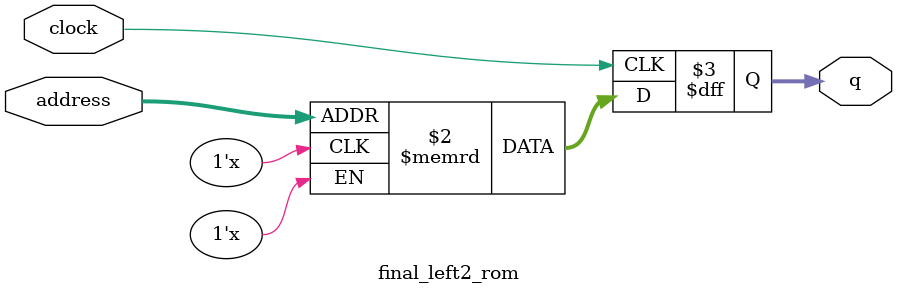
<source format=sv>
module final_left2_rom (
	input logic clock,
	input logic [9:0] address,
	output logic [2:0] q
);

logic [2:0] memory [0:1023] /* synthesis ram_init_file = "./final_left2/final_left2.mif" */;

always_ff @ (posedge clock) begin
	q <= memory[address];
end

endmodule

</source>
